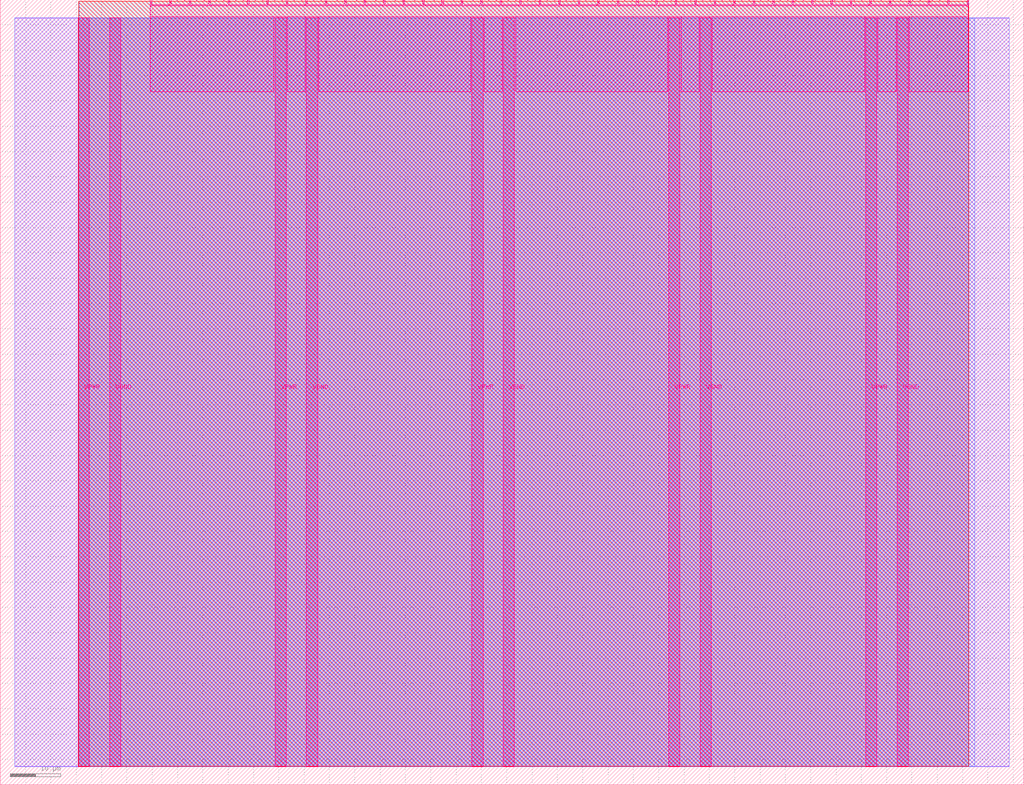
<source format=lef>
VERSION 5.7 ;
  NOWIREEXTENSIONATPIN ON ;
  DIVIDERCHAR "/" ;
  BUSBITCHARS "[]" ;
MACRO tt_um_fountaincoder_top_ad
  CLASS BLOCK ;
  FOREIGN tt_um_fountaincoder_top_ad ;
  ORIGIN 0.000 0.000 ;
  SIZE 202.080 BY 154.980 ;
  PIN VGND
    DIRECTION INOUT ;
    USE GROUND ;
    PORT
      LAYER Metal5 ;
        RECT 21.580 3.560 23.780 151.420 ;
    END
    PORT
      LAYER Metal5 ;
        RECT 60.450 3.560 62.650 151.420 ;
    END
    PORT
      LAYER Metal5 ;
        RECT 99.320 3.560 101.520 151.420 ;
    END
    PORT
      LAYER Metal5 ;
        RECT 138.190 3.560 140.390 151.420 ;
    END
    PORT
      LAYER Metal5 ;
        RECT 177.060 3.560 179.260 151.420 ;
    END
  END VGND
  PIN VPWR
    DIRECTION INOUT ;
    USE POWER ;
    PORT
      LAYER Metal5 ;
        RECT 15.380 3.560 17.580 151.420 ;
    END
    PORT
      LAYER Metal5 ;
        RECT 54.250 3.560 56.450 151.420 ;
    END
    PORT
      LAYER Metal5 ;
        RECT 93.120 3.560 95.320 151.420 ;
    END
    PORT
      LAYER Metal5 ;
        RECT 131.990 3.560 134.190 151.420 ;
    END
    PORT
      LAYER Metal5 ;
        RECT 170.860 3.560 173.060 151.420 ;
    END
  END VPWR
  PIN clk
    DIRECTION INPUT ;
    USE SIGNAL ;
    ANTENNAGATEAREA 0.213200 ;
    PORT
      LAYER Metal5 ;
        RECT 187.050 153.980 187.350 154.980 ;
    END
  END clk
  PIN ena
    DIRECTION INPUT ;
    USE SIGNAL ;
    ANTENNAGATEAREA 0.213200 ;
    PORT
      LAYER Metal5 ;
        RECT 190.890 153.980 191.190 154.980 ;
    END
  END ena
  PIN rst_n
    DIRECTION INPUT ;
    USE SIGNAL ;
    ANTENNAGATEAREA 0.213200 ;
    PORT
      LAYER Metal5 ;
        RECT 183.210 153.980 183.510 154.980 ;
    END
  END rst_n
  PIN ui_in[0]
    DIRECTION INPUT ;
    USE SIGNAL ;
    ANTENNAGATEAREA 0.180700 ;
    PORT
      LAYER Metal5 ;
        RECT 179.370 153.980 179.670 154.980 ;
    END
  END ui_in[0]
  PIN ui_in[1]
    DIRECTION INPUT ;
    USE SIGNAL ;
    ANTENNAGATEAREA 0.180700 ;
    PORT
      LAYER Metal5 ;
        RECT 175.530 153.980 175.830 154.980 ;
    END
  END ui_in[1]
  PIN ui_in[2]
    DIRECTION INPUT ;
    USE SIGNAL ;
    ANTENNAGATEAREA 0.180700 ;
    PORT
      LAYER Metal5 ;
        RECT 171.690 153.980 171.990 154.980 ;
    END
  END ui_in[2]
  PIN ui_in[3]
    DIRECTION INPUT ;
    USE SIGNAL ;
    ANTENNAGATEAREA 0.180700 ;
    PORT
      LAYER Metal5 ;
        RECT 167.850 153.980 168.150 154.980 ;
    END
  END ui_in[3]
  PIN ui_in[4]
    DIRECTION INPUT ;
    USE SIGNAL ;
    PORT
      LAYER Metal5 ;
        RECT 164.010 153.980 164.310 154.980 ;
    END
  END ui_in[4]
  PIN ui_in[5]
    DIRECTION INPUT ;
    USE SIGNAL ;
    PORT
      LAYER Metal5 ;
        RECT 160.170 153.980 160.470 154.980 ;
    END
  END ui_in[5]
  PIN ui_in[6]
    DIRECTION INPUT ;
    USE SIGNAL ;
    PORT
      LAYER Metal5 ;
        RECT 156.330 153.980 156.630 154.980 ;
    END
  END ui_in[6]
  PIN ui_in[7]
    DIRECTION INPUT ;
    USE SIGNAL ;
    PORT
      LAYER Metal5 ;
        RECT 152.490 153.980 152.790 154.980 ;
    END
  END ui_in[7]
  PIN uio_in[0]
    DIRECTION INPUT ;
    USE SIGNAL ;
    PORT
      LAYER Metal5 ;
        RECT 148.650 153.980 148.950 154.980 ;
    END
  END uio_in[0]
  PIN uio_in[1]
    DIRECTION INPUT ;
    USE SIGNAL ;
    PORT
      LAYER Metal5 ;
        RECT 144.810 153.980 145.110 154.980 ;
    END
  END uio_in[1]
  PIN uio_in[2]
    DIRECTION INPUT ;
    USE SIGNAL ;
    PORT
      LAYER Metal5 ;
        RECT 140.970 153.980 141.270 154.980 ;
    END
  END uio_in[2]
  PIN uio_in[3]
    DIRECTION INPUT ;
    USE SIGNAL ;
    PORT
      LAYER Metal5 ;
        RECT 137.130 153.980 137.430 154.980 ;
    END
  END uio_in[3]
  PIN uio_in[4]
    DIRECTION INPUT ;
    USE SIGNAL ;
    PORT
      LAYER Metal5 ;
        RECT 133.290 153.980 133.590 154.980 ;
    END
  END uio_in[4]
  PIN uio_in[5]
    DIRECTION INPUT ;
    USE SIGNAL ;
    PORT
      LAYER Metal5 ;
        RECT 129.450 153.980 129.750 154.980 ;
    END
  END uio_in[5]
  PIN uio_in[6]
    DIRECTION INPUT ;
    USE SIGNAL ;
    PORT
      LAYER Metal5 ;
        RECT 125.610 153.980 125.910 154.980 ;
    END
  END uio_in[6]
  PIN uio_in[7]
    DIRECTION INPUT ;
    USE SIGNAL ;
    PORT
      LAYER Metal5 ;
        RECT 121.770 153.980 122.070 154.980 ;
    END
  END uio_in[7]
  PIN uio_oe[0]
    DIRECTION OUTPUT ;
    USE SIGNAL ;
    ANTENNADIFFAREA 0.299200 ;
    PORT
      LAYER Metal5 ;
        RECT 56.490 153.980 56.790 154.980 ;
    END
  END uio_oe[0]
  PIN uio_oe[1]
    DIRECTION OUTPUT ;
    USE SIGNAL ;
    ANTENNADIFFAREA 0.299200 ;
    PORT
      LAYER Metal5 ;
        RECT 52.650 153.980 52.950 154.980 ;
    END
  END uio_oe[1]
  PIN uio_oe[2]
    DIRECTION OUTPUT ;
    USE SIGNAL ;
    ANTENNADIFFAREA 0.299200 ;
    PORT
      LAYER Metal5 ;
        RECT 48.810 153.980 49.110 154.980 ;
    END
  END uio_oe[2]
  PIN uio_oe[3]
    DIRECTION OUTPUT ;
    USE SIGNAL ;
    ANTENNADIFFAREA 0.299200 ;
    PORT
      LAYER Metal5 ;
        RECT 44.970 153.980 45.270 154.980 ;
    END
  END uio_oe[3]
  PIN uio_oe[4]
    DIRECTION OUTPUT ;
    USE SIGNAL ;
    ANTENNADIFFAREA 0.299200 ;
    PORT
      LAYER Metal5 ;
        RECT 41.130 153.980 41.430 154.980 ;
    END
  END uio_oe[4]
  PIN uio_oe[5]
    DIRECTION OUTPUT ;
    USE SIGNAL ;
    ANTENNADIFFAREA 0.299200 ;
    PORT
      LAYER Metal5 ;
        RECT 37.290 153.980 37.590 154.980 ;
    END
  END uio_oe[5]
  PIN uio_oe[6]
    DIRECTION OUTPUT ;
    USE SIGNAL ;
    ANTENNADIFFAREA 0.299200 ;
    PORT
      LAYER Metal5 ;
        RECT 33.450 153.980 33.750 154.980 ;
    END
  END uio_oe[6]
  PIN uio_oe[7]
    DIRECTION OUTPUT ;
    USE SIGNAL ;
    ANTENNADIFFAREA 0.299200 ;
    PORT
      LAYER Metal5 ;
        RECT 29.610 153.980 29.910 154.980 ;
    END
  END uio_oe[7]
  PIN uio_out[0]
    DIRECTION OUTPUT ;
    USE SIGNAL ;
    ANTENNADIFFAREA 0.299200 ;
    PORT
      LAYER Metal5 ;
        RECT 87.210 153.980 87.510 154.980 ;
    END
  END uio_out[0]
  PIN uio_out[1]
    DIRECTION OUTPUT ;
    USE SIGNAL ;
    ANTENNADIFFAREA 0.299200 ;
    PORT
      LAYER Metal5 ;
        RECT 83.370 153.980 83.670 154.980 ;
    END
  END uio_out[1]
  PIN uio_out[2]
    DIRECTION OUTPUT ;
    USE SIGNAL ;
    ANTENNADIFFAREA 0.299200 ;
    PORT
      LAYER Metal5 ;
        RECT 79.530 153.980 79.830 154.980 ;
    END
  END uio_out[2]
  PIN uio_out[3]
    DIRECTION OUTPUT ;
    USE SIGNAL ;
    ANTENNADIFFAREA 0.299200 ;
    PORT
      LAYER Metal5 ;
        RECT 75.690 153.980 75.990 154.980 ;
    END
  END uio_out[3]
  PIN uio_out[4]
    DIRECTION OUTPUT ;
    USE SIGNAL ;
    ANTENNADIFFAREA 0.299200 ;
    PORT
      LAYER Metal5 ;
        RECT 71.850 153.980 72.150 154.980 ;
    END
  END uio_out[4]
  PIN uio_out[5]
    DIRECTION OUTPUT ;
    USE SIGNAL ;
    ANTENNADIFFAREA 0.299200 ;
    PORT
      LAYER Metal5 ;
        RECT 68.010 153.980 68.310 154.980 ;
    END
  END uio_out[5]
  PIN uio_out[6]
    DIRECTION OUTPUT ;
    USE SIGNAL ;
    ANTENNADIFFAREA 0.299200 ;
    PORT
      LAYER Metal5 ;
        RECT 64.170 153.980 64.470 154.980 ;
    END
  END uio_out[6]
  PIN uio_out[7]
    DIRECTION OUTPUT ;
    USE SIGNAL ;
    ANTENNADIFFAREA 0.299200 ;
    PORT
      LAYER Metal5 ;
        RECT 60.330 153.980 60.630 154.980 ;
    END
  END uio_out[7]
  PIN uo_out[0]
    DIRECTION OUTPUT ;
    USE SIGNAL ;
    ANTENNAGATEAREA 0.109200 ;
    ANTENNADIFFAREA 0.632400 ;
    PORT
      LAYER Metal5 ;
        RECT 117.930 153.980 118.230 154.980 ;
    END
  END uo_out[0]
  PIN uo_out[1]
    DIRECTION OUTPUT ;
    USE SIGNAL ;
    ANTENNAGATEAREA 0.109200 ;
    ANTENNADIFFAREA 0.632400 ;
    PORT
      LAYER Metal5 ;
        RECT 114.090 153.980 114.390 154.980 ;
    END
  END uo_out[1]
  PIN uo_out[2]
    DIRECTION OUTPUT ;
    USE SIGNAL ;
    ANTENNAGATEAREA 0.109200 ;
    ANTENNADIFFAREA 0.632400 ;
    PORT
      LAYER Metal5 ;
        RECT 110.250 153.980 110.550 154.980 ;
    END
  END uo_out[2]
  PIN uo_out[3]
    DIRECTION OUTPUT ;
    USE SIGNAL ;
    ANTENNAGATEAREA 0.109200 ;
    ANTENNADIFFAREA 0.632400 ;
    PORT
      LAYER Metal5 ;
        RECT 106.410 153.980 106.710 154.980 ;
    END
  END uo_out[3]
  PIN uo_out[4]
    DIRECTION OUTPUT ;
    USE SIGNAL ;
    ANTENNAGATEAREA 0.109200 ;
    ANTENNADIFFAREA 0.632400 ;
    PORT
      LAYER Metal5 ;
        RECT 102.570 153.980 102.870 154.980 ;
    END
  END uo_out[4]
  PIN uo_out[5]
    DIRECTION OUTPUT ;
    USE SIGNAL ;
    ANTENNAGATEAREA 0.109200 ;
    ANTENNADIFFAREA 0.632400 ;
    PORT
      LAYER Metal5 ;
        RECT 98.730 153.980 99.030 154.980 ;
    END
  END uo_out[5]
  PIN uo_out[6]
    DIRECTION OUTPUT ;
    USE SIGNAL ;
    ANTENNAGATEAREA 0.109200 ;
    ANTENNADIFFAREA 0.632400 ;
    PORT
      LAYER Metal5 ;
        RECT 94.890 153.980 95.190 154.980 ;
    END
  END uo_out[6]
  PIN uo_out[7]
    DIRECTION OUTPUT ;
    USE SIGNAL ;
    ANTENNAGATEAREA 0.241800 ;
    ANTENNADIFFAREA 0.632400 ;
    PORT
      LAYER Metal5 ;
        RECT 91.050 153.980 91.350 154.980 ;
    END
  END uo_out[7]
  OBS
      LAYER GatPoly ;
        RECT 2.880 3.630 199.200 151.350 ;
      LAYER Metal1 ;
        RECT 2.880 3.560 199.200 151.420 ;
      LAYER Metal2 ;
        RECT 15.515 3.680 192.385 151.300 ;
      LAYER Metal3 ;
        RECT 15.560 3.635 191.140 154.705 ;
      LAYER Metal4 ;
        RECT 15.515 3.680 191.185 154.660 ;
      LAYER Metal5 ;
        RECT 30.120 153.770 33.240 153.980 ;
        RECT 33.960 153.770 37.080 153.980 ;
        RECT 37.800 153.770 40.920 153.980 ;
        RECT 41.640 153.770 44.760 153.980 ;
        RECT 45.480 153.770 48.600 153.980 ;
        RECT 49.320 153.770 52.440 153.980 ;
        RECT 53.160 153.770 56.280 153.980 ;
        RECT 57.000 153.770 60.120 153.980 ;
        RECT 60.840 153.770 63.960 153.980 ;
        RECT 64.680 153.770 67.800 153.980 ;
        RECT 68.520 153.770 71.640 153.980 ;
        RECT 72.360 153.770 75.480 153.980 ;
        RECT 76.200 153.770 79.320 153.980 ;
        RECT 80.040 153.770 83.160 153.980 ;
        RECT 83.880 153.770 87.000 153.980 ;
        RECT 87.720 153.770 90.840 153.980 ;
        RECT 91.560 153.770 94.680 153.980 ;
        RECT 95.400 153.770 98.520 153.980 ;
        RECT 99.240 153.770 102.360 153.980 ;
        RECT 103.080 153.770 106.200 153.980 ;
        RECT 106.920 153.770 110.040 153.980 ;
        RECT 110.760 153.770 113.880 153.980 ;
        RECT 114.600 153.770 117.720 153.980 ;
        RECT 118.440 153.770 121.560 153.980 ;
        RECT 122.280 153.770 125.400 153.980 ;
        RECT 126.120 153.770 129.240 153.980 ;
        RECT 129.960 153.770 133.080 153.980 ;
        RECT 133.800 153.770 136.920 153.980 ;
        RECT 137.640 153.770 140.760 153.980 ;
        RECT 141.480 153.770 144.600 153.980 ;
        RECT 145.320 153.770 148.440 153.980 ;
        RECT 149.160 153.770 152.280 153.980 ;
        RECT 153.000 153.770 156.120 153.980 ;
        RECT 156.840 153.770 159.960 153.980 ;
        RECT 160.680 153.770 163.800 153.980 ;
        RECT 164.520 153.770 167.640 153.980 ;
        RECT 168.360 153.770 171.480 153.980 ;
        RECT 172.200 153.770 175.320 153.980 ;
        RECT 176.040 153.770 179.160 153.980 ;
        RECT 179.880 153.770 183.000 153.980 ;
        RECT 183.720 153.770 186.840 153.980 ;
        RECT 187.560 153.770 190.680 153.980 ;
        RECT 29.660 151.630 191.140 153.770 ;
        RECT 29.660 136.775 54.040 151.630 ;
        RECT 56.660 136.775 60.240 151.630 ;
        RECT 62.860 136.775 92.910 151.630 ;
        RECT 95.530 136.775 99.110 151.630 ;
        RECT 101.730 136.775 131.780 151.630 ;
        RECT 134.400 136.775 137.980 151.630 ;
        RECT 140.600 136.775 170.650 151.630 ;
        RECT 173.270 136.775 176.850 151.630 ;
        RECT 179.470 136.775 191.140 151.630 ;
  END
END tt_um_fountaincoder_top_ad
END LIBRARY


</source>
